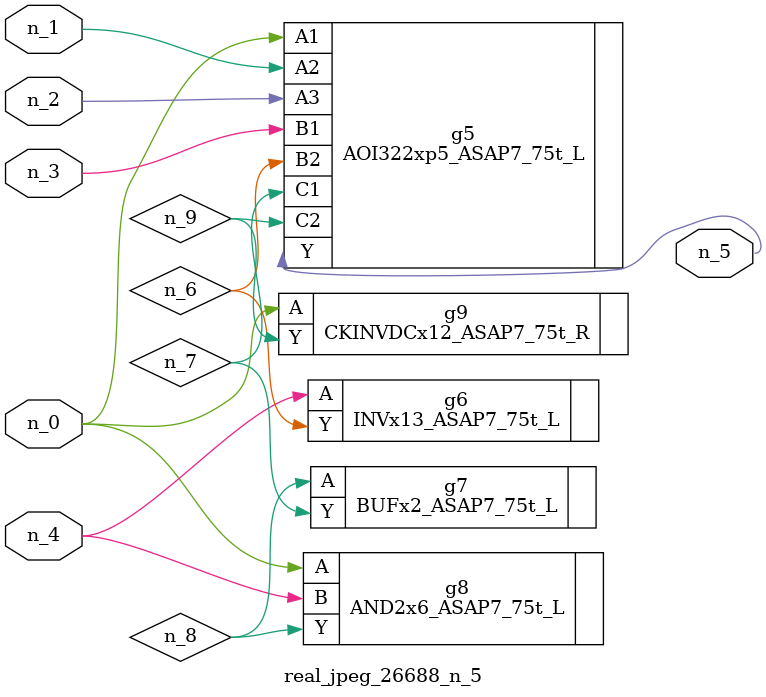
<source format=v>
module real_jpeg_26688_n_5 (n_4, n_0, n_1, n_2, n_3, n_5);

input n_4;
input n_0;
input n_1;
input n_2;
input n_3;

output n_5;

wire n_8;
wire n_6;
wire n_7;
wire n_9;

AOI322xp5_ASAP7_75t_L g5 ( 
.A1(n_0),
.A2(n_1),
.A3(n_2),
.B1(n_3),
.B2(n_6),
.C1(n_7),
.C2(n_9),
.Y(n_5)
);

AND2x6_ASAP7_75t_L g8 ( 
.A(n_0),
.B(n_4),
.Y(n_8)
);

CKINVDCx12_ASAP7_75t_R g9 ( 
.A(n_0),
.Y(n_9)
);

INVx13_ASAP7_75t_L g6 ( 
.A(n_4),
.Y(n_6)
);

BUFx2_ASAP7_75t_L g7 ( 
.A(n_8),
.Y(n_7)
);


endmodule
</source>
